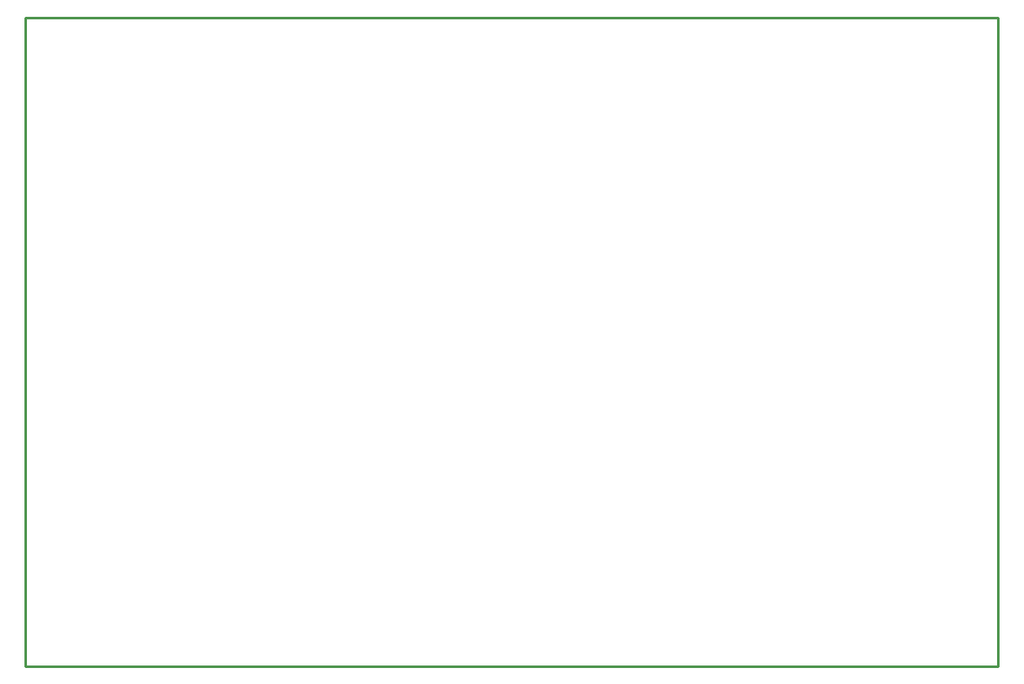
<source format=gko>
G04 Layer: BoardOutlineLayer*
G04 EasyEDA v6.5.47, 2024-09-30 22:34:30*
G04 bdf4dfcfd05a44bdb46dd20b3567a466,39c71444916b4af6a8c7195bd55d5f94,10*
G04 Gerber Generator version 0.2*
G04 Scale: 100 percent, Rotated: No, Reflected: No *
G04 Dimensions in millimeters *
G04 leading zeros omitted , absolute positions ,4 integer and 5 decimal *
%FSLAX45Y45*%
%MOMM*%

%ADD10C,0.2540*%
D10*
X762000Y10007600D02*
G01*
X10541000Y10007600D01*
X10541000Y3916934D01*
X10541000Y3479800D01*
X9629140Y3479800D01*
X762000Y3479800D01*
X762000Y10007600D01*

%LPD*%
M02*

</source>
